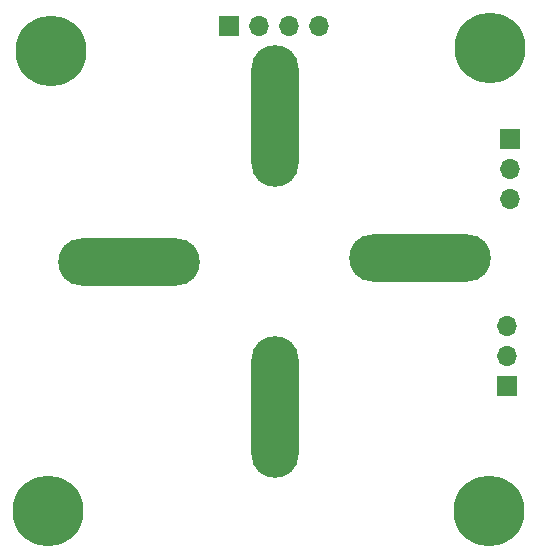
<source format=gbr>
%TF.GenerationSoftware,KiCad,Pcbnew,7.0.5*%
%TF.CreationDate,2024-01-14T19:57:34+08:00*%
%TF.ProjectId,encoder,656e636f-6465-4722-9e6b-696361645f70,rev?*%
%TF.SameCoordinates,Original*%
%TF.FileFunction,Soldermask,Bot*%
%TF.FilePolarity,Negative*%
%FSLAX46Y46*%
G04 Gerber Fmt 4.6, Leading zero omitted, Abs format (unit mm)*
G04 Created by KiCad (PCBNEW 7.0.5) date 2024-01-14 19:57:34*
%MOMM*%
%LPD*%
G01*
G04 APERTURE LIST*
%ADD10R,1.700000X1.700000*%
%ADD11O,1.700000X1.700000*%
%ADD12O,4.000000X12.000000*%
%ADD13O,12.000000X4.000000*%
%ADD14C,3.400000*%
%ADD15C,6.000000*%
G04 APERTURE END LIST*
D10*
%TO.C,J2*%
X160700000Y-63260000D03*
D11*
X160700000Y-65800000D03*
X160700000Y-68340000D03*
%TD*%
D12*
%TO.C,H2*%
X140800000Y-86000000D03*
%TD*%
D13*
%TO.C,H4*%
X153100000Y-73400000D03*
%TD*%
D14*
%TO.C,H8*%
X159000000Y-55600000D03*
D15*
X159000000Y-55600000D03*
%TD*%
D12*
%TO.C,H3*%
X140800000Y-61375000D03*
%TD*%
D13*
%TO.C,H1*%
X128475000Y-73700000D03*
%TD*%
D14*
%TO.C,H5*%
X121800000Y-55800000D03*
D15*
X121800000Y-55800000D03*
%TD*%
D14*
%TO.C,H7*%
X158900000Y-94800000D03*
D15*
X158900000Y-94800000D03*
%TD*%
D10*
%TO.C,J1*%
X160475000Y-84225000D03*
D11*
X160475000Y-81685000D03*
X160475000Y-79145000D03*
%TD*%
D14*
%TO.C,H6*%
X121600000Y-94800000D03*
D15*
X121600000Y-94800000D03*
%TD*%
D10*
%TO.C,J3*%
X136920000Y-53700000D03*
D11*
X139460000Y-53700000D03*
X142000000Y-53700000D03*
X144540000Y-53700000D03*
%TD*%
M02*

</source>
